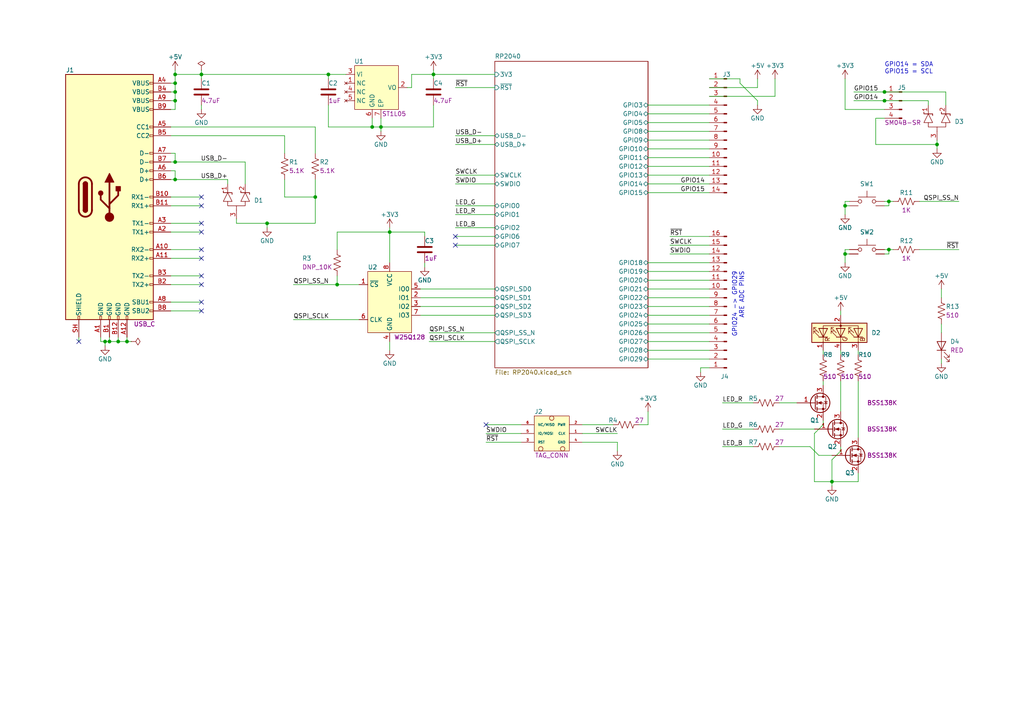
<source format=kicad_sch>
(kicad_sch (version 20211123) (generator eeschema)
  (paper "A4")
  (lib_symbols
    (symbol "capacitors:CC0402KRX5R7BB105" (pin_numbers hide) (pin_names (offset 0.254))
      (property "Reference" "C" (at 0.635 2.54 0))
      (property "id" "1uF" (at -3.81 2.54 0))
      (symbol "CC0402KRX5R7BB105_1_1"
        (pin passive line (at 0 3.81 270) (length 2.794) (name "~") (number "1"))
        (pin passive line (at 0 -3.81 90) (length 2.794) (name "~") (number "2"))
      )
    )
    (symbol "capacitors:GRM21BR61H475KE51L" (pin_numbers hide) (pin_names (offset 0.254))
      (property "Reference" "C" (at 0.635 2.54 0))
      (property "id" "4.7uF" (at -3.81 2.54 0))
      (property "manf" "Murata Electronics" (at 0 0 0))
      (symbol "GRM21BR61H475KE51L_1_1"
        (pin passive line (at 0 3.81 270) (length 2.794) (name "~") (number "1"))
        (pin passive line (at 0 -3.81 90) (length 2.794) (name "~") (number "2"))
      )
    )
    (symbol "connectors:12401598E4#2A" (pin_names (offset 1.016))
      (property "Reference" "J" (at 0 0 0))
      (property "manf" "USB_C" (at 0 0 0))
      (symbol "12401598E4#2A_1_1"
        (pin power_in line (at -2.54 -40.64 90) (length 5.08) (name "GND") (number "A1"))
        (pin bidirectional line (at 17.78 -15.24 180) (length 5.08) (name "RX2-") (number "A10"))
        (pin bidirectional line (at 17.78 -17.78 180) (length 5.08) (name "RX2+") (number "A11"))
        (pin power_in line (at 5.08 -40.64 90) (length 5.08) (name "GND") (number "A12"))
        (pin bidirectional line (at 17.78 -10.16 180) (length 5.08) (name "TX1+") (number "A2"))
        (pin bidirectional line (at 17.78 -7.62 180) (length 5.08) (name "TX1-") (number "A3"))
        (pin power_in line (at 17.78 33.02 180) (length 5.08) (name "VBUS") (number "A4"))
        (pin bidirectional line (at 17.78 20.32 180) (length 5.08) (name "CC1") (number "A5"))
        (pin bidirectional line (at 17.78 7.62 180) (length 5.08) (name "D+") (number "A6"))
        (pin bidirectional line (at 17.78 12.7 180) (length 5.08) (name "D-") (number "A7"))
        (pin bidirectional line (at 17.78 -30.48 180) (length 5.08) (name "SBU1") (number "A8"))
        (pin passive line (at 17.78 27.94 180) (length 5.08) (name "VBUS") (number "A9"))
        (pin power_in line (at 0 -40.64 90) (length 5.08) (name "GND") (number "B1"))
        (pin bidirectional line (at 17.78 0 180) (length 5.08) (name "RX1-") (number "B10"))
        (pin bidirectional line (at 17.78 -2.54 180) (length 5.08) (name "RX1+") (number "B11"))
        (pin power_in line (at 2.54 -40.64 90) (length 5.08) (name "GND") (number "B12"))
        (pin bidirectional line (at 17.78 -25.4 180) (length 5.08) (name "TX2+") (number "B2"))
        (pin bidirectional line (at 17.78 -22.86 180) (length 5.08) (name "TX2-") (number "B3"))
        (pin passive line (at 17.78 30.48 180) (length 5.08) (name "VBUS") (number "B4"))
        (pin bidirectional line (at 17.78 17.78 180) (length 5.08) (name "CC2") (number "B5"))
        (pin bidirectional line (at 17.78 5.08 180) (length 5.08) (name "D+") (number "B6"))
        (pin bidirectional line (at 17.78 10.16 180) (length 5.08) (name "D-") (number "B7"))
        (pin bidirectional line (at 17.78 -33.02 180) (length 5.08) (name "SBU2") (number "B8"))
        (pin passive line (at 17.78 25.4 180) (length 5.08) (name "VBUS") (number "B9"))
        (pin passive line (at -8.89 -40.64 90) (length 5.08) (name "SHIELD") (number "SH"))
      )
    )
    (symbol "connectors:SM04B-SRSS-TB(LF)(SN)" (pin_names (offset 1.016) hide)
      (property "Reference" "J" (at 0 0 0))
      (property "Value" "SM04B-SRSS-TB(LF)(SN)" (at 0 0 0))
      (property "id" "SM04B-SR" (at 0 0 0))
      (symbol "SM04B-SRSS-TB(LF)(SN)_1_1"
        (pin passive line (at 5.08 3.81 180) (length 3.81) (name "Pin_1") (number "1"))
        (pin passive line (at 5.08 1.27 180) (length 3.81) (name "Pin_2") (number "2"))
        (pin passive line (at 5.08 -1.27 180) (length 3.81) (name "Pin_3") (number "3"))
        (pin passive line (at 5.08 -3.81 180) (length 3.81) (name "Pin_4") (number "4"))
      )
    )
    (symbol "connectors:Tag_Connect_Programmer_6-Pin" (pin_names (offset 1.016)) (in_bom no)
      (property "Reference" "J" (at -5.08 6.35 0))
      (property "id" "TAG_CONN" (at 1.27 -5.08 0))
      (symbol "Tag_Connect_Programmer_6-Pin_1_1"
        (pin passive line (at 8.89 0 180) (length 3.81) (name "CLK") (number "1"))
        (pin passive line (at 8.89 2.54 180) (length 3.81) (name "PWR") (number "2"))
        (pin passive line (at -8.89 -2.54 0) (length 3.81) (name "RST") (number "3"))
        (pin passive line (at 8.89 -2.54 180) (length 3.81) (name "GND") (number "4"))
        (pin passive line (at -8.89 0 0) (length 3.81) (name "IO/MOSI") (number "5"))
        (pin passive line (at -8.89 2.54 0) (length 3.81) (name "NC/MISO") (number "6"))
      )
    )
    (symbol "connectors:_GENERIC_CONNECTOR_01x14" (pin_names (offset 1.016) hide)
      (property "Reference" "J" (at 0 19.05 0))
      (property "Value" "_GENERIC_CONNECTOR_01x14" (at 1.27 -19.05 0))
      (symbol "_GENERIC_CONNECTOR_01x14_1_1"
        (pin passive line (at 5.08 16.51 180) (length 3.81) (name "Pin_1") (number "1"))
        (pin passive line (at 5.08 -6.35 180) (length 3.81) (name "Pin_10") (number "10"))
        (pin passive line (at 5.08 -8.89 180) (length 3.81) (name "Pin_11") (number "11"))
        (pin passive line (at 5.08 -11.43 180) (length 3.81) (name "Pin_12") (number "12"))
        (pin passive line (at 5.08 -13.97 180) (length 3.81) (name "Pin_13") (number "13"))
        (pin passive line (at 5.08 -16.51 180) (length 3.81) (name "Pin_14") (number "14"))
        (pin passive line (at 5.08 13.97 180) (length 3.81) (name "Pin_2") (number "2"))
        (pin passive line (at 5.08 11.43 180) (length 3.81) (name "Pin_3") (number "3"))
        (pin passive line (at 5.08 8.89 180) (length 3.81) (name "Pin_4") (number "4"))
        (pin passive line (at 5.08 6.35 180) (length 3.81) (name "Pin_5") (number "5"))
        (pin passive line (at 5.08 3.81 180) (length 3.81) (name "Pin_6") (number "6"))
        (pin passive line (at 5.08 1.27 180) (length 3.81) (name "Pin_7") (number "7"))
        (pin passive line (at 5.08 -1.27 180) (length 3.81) (name "Pin_8") (number "8"))
        (pin passive line (at 5.08 -3.81 180) (length 3.81) (name "Pin_9") (number "9"))
      )
    )
    (symbol "connectors:_GENERIC_CONNECTOR_01x16" (pin_names (offset 1.016) hide)
      (property "Reference" "J" (at 0 20.32 0))
      (property "Value" "_GENERIC_CONNECTOR_01x16" (at 1.27 -22.86 0))
      (symbol "_GENERIC_CONNECTOR_01x16_1_1"
        (pin passive line (at 5.08 17.78 180) (length 3.81) (name "Pin_1") (number "1"))
        (pin passive line (at 5.08 -5.08 180) (length 3.81) (name "Pin_10") (number "10"))
        (pin passive line (at 5.08 -7.62 180) (length 3.81) (name "Pin_11") (number "11"))
        (pin passive line (at 5.08 -10.16 180) (length 3.81) (name "Pin_12") (number "12"))
        (pin passive line (at 5.08 -12.7 180) (length 3.81) (name "Pin_13") (number "13"))
        (pin passive line (at 5.08 -15.24 180) (length 3.81) (name "Pin_14") (number "14"))
        (pin passive line (at 5.08 -17.78 180) (length 3.81) (name "Pin_15") (number "15"))
        (pin passive line (at 5.08 -20.32 180) (length 3.81) (name "Pin_16") (number "16"))
        (pin passive line (at 5.08 15.24 180) (length 3.81) (name "Pin_2") (number "2"))
        (pin passive line (at 5.08 12.7 180) (length 3.81) (name "Pin_3") (number "3"))
        (pin passive line (at 5.08 10.16 180) (length 3.81) (name "Pin_4") (number "4"))
        (pin passive line (at 5.08 7.62 180) (length 3.81) (name "Pin_5") (number "5"))
        (pin passive line (at 5.08 5.08 180) (length 3.81) (name "Pin_6") (number "6"))
        (pin passive line (at 5.08 2.54 180) (length 3.81) (name "Pin_7") (number "7"))
        (pin passive line (at 5.08 0 180) (length 3.81) (name "Pin_8") (number "8"))
        (pin passive line (at 5.08 -2.54 180) (length 3.81) (name "Pin_9") (number "9"))
      )
    )
    (symbol "diodes:ESD7L5.0DT5G" (pin_names (offset 1.016) hide)
      (property "Reference" "D" (at -1.27 0 0))
      (symbol "ESD7L5.0DT5G_1_1"
        (pin passive line (at -2.54 6.35 270) (length 2.54) (name "A1") (number "1"))
        (pin passive line (at 2.54 6.35 270) (length 2.54) (name "A2") (number "2"))
        (pin input line (at 0 -3.81 90) (length 2.54) (name "common") (number "3"))
      )
    )
    (symbol "ics:W25Q128JVSIM_TR"
      (property "Reference" "U" (at 0 0 0))
      (property "id" "W25Q128" (at 0 0 0))
      (symbol "W25Q128JVSIM_TR_1_1"
        (pin input line (at 8.89 5.08 180) (length 2.54) (name "~{CS}") (number "1"))
        (pin bidirectional line (at -8.89 1.27 0) (length 2.54) (name "DO") (number "2") (alternate "IO1" bidirectional line))
        (pin bidirectional line (at -8.89 -1.27 0) (length 2.54) (name "~{WP}") (number "3") (alternate "IO2" bidirectional line))
        (pin power_in line (at 0 -11.43 90) (length 2.54) (name "GND") (number "4"))
        (pin bidirectional line (at -8.89 3.81 0) (length 2.54) (name "DI") (number "5") (alternate "IO0" bidirectional line))
        (pin input line (at 8.89 -5.08 180) (length 2.54) (name "CLK") (number "6"))
        (pin bidirectional line (at -8.89 -3.81 0) (length 2.54) (name "~{HOLD}") (number "7") (alternate "IO3" bidirectional line))
        (pin power_in line (at 0 11.43 270) (length 2.54) (name "VCC") (number "8"))
      )
    )
    (symbol "leds:150120RS75000" (pin_numbers hide) (pin_names (offset 1.016) hide)
      (property "Reference" "D" (at 0 2.54 0))
      (property "id" "RED" (at 0 -2.54 0))
      (symbol "150120RS75000_1_1"
        (pin passive line (at 3.81 0 180) (length 2.54) (name "A") (number "A"))
        (pin passive line (at -3.81 0 0) (length 2.54) (name "C") (number "C"))
      )
    )
    (symbol "leds:CLVBA-FKA-CAEDH8BBB7A363" (pin_names (offset 0) hide)
      (property "Reference" "D" (at 0 9.398 0))
      (symbol "CLVBA-FKA-CAEDH8BBB7A363_0_0"
        (text "B" (at -1.905 -6.35 0) (effects (font (size 1.27 1.27))))
        (text "G" (at -1.905 -1.27 0) (effects (font (size 1.27 1.27))))
        (text "R" (at -1.905 3.81 0) (effects (font (size 1.27 1.27))))
      )
      (symbol "CLVBA-FKA-CAEDH8BBB7A363_1_1"
        (pin passive line (at -5.08 5.08 0) (length 2.54) (name "RC") (number "1"))
        (pin passive line (at 5.08 0 180) (length 2.54) (name "A") (number "2"))
        (pin passive line (at -5.08 -5.08 0) (length 2.54) (name "BC") (number "3"))
        (pin passive line (at -5.08 0 0) (length 2.54) (name "GC") (number "4"))
      )
    )
    (symbol "misc:PTS_647_SN38_SMTR2_LFS" (pin_numbers hide) (pin_names (offset 1.016) hide)
      (property "Reference" "SW" (at 1.27 2.54 0))
      (symbol "PTS_647_SN38_SMTR2_LFS_0_1"
        (pin passive line (at -5.08 0 0) (length 2.54) (name "1") (number "1"))
        (pin passive line (at -5.08 -1.27 0) (length 2.54) (name "2") (number "2"))
        (pin passive line (at 5.08 0 180) (length 2.54) (name "3") (number "3"))
        (pin passive line (at 5.08 -1.27 180) (length 2.54) (name "4") (number "4"))
      )
    )
    (symbol "mosfets:BSS138K" (pin_names (offset 0) hide)
      (property "Reference" "Q" (at 5.08 1.905 0))
      (property "id" "BSS138K" (at 11.43 0 0))
      (symbol "BSS138K_1_1"
        (pin input line (at -5.08 0 0) (length 5.334) (name "G") (number "1"))
        (pin passive line (at 2.54 -5.08 90) (length 2.54) (name "S") (number "2"))
        (pin passive line (at 2.54 5.08 270) (length 2.54) (name "D") (number "3"))
      )
    )
    (symbol "power:+3V3" (power) (pin_names (offset 0))
      (property "Value" "+3V3" (at 0 3.556 0))
      (symbol "+3V3_1_1"
        (pin power_in line (at 0 0 90) (length 0) hide (name "+3V3") (number "1"))
      )
    )
    (symbol "power:+5V" (power) (pin_names (offset 0))
      (property "Value" "+5V" (at 0 3.556 0))
      (symbol "+5V_1_1"
        (pin power_in line (at 0 0 90) (length 0) hide (name "+5V") (number "1"))
      )
    )
    (symbol "power:GND" (power) (pin_names (offset 0))
      (property "Value" "GND" (at 0 -3.81 0))
      (symbol "GND_1_1"
        (pin power_in line (at 0 0 270) (length 0) hide (name "GND") (number "1"))
      )
    )
    (symbol "power:PWR_FLAG" (power) (pin_numbers hide) (pin_names (offset 0) hide)
      (property "Value" "PWR_FLAG" (at 0 3.81 0))
      (symbol "PWR_FLAG_0_0"
        (pin power_out line (at 0 0 90) (length 0) (name "pwr") (number "1"))
      )
    )
    (symbol "regulators:ST1L05APU33R"
      (property "Reference" "U" (at 0 0 0))
      (property "id" "ST1L05" (at 0 0 0))
      (symbol "ST1L05APU33R_1_1"
        (pin no_connect line (at -8.89 1.27 0) (length 2.54) (name "NC") (number "1"))
        (pin power_out line (at 8.89 0 180) (length 2.54) (name "VO") (number "2"))
        (pin power_in line (at -8.89 3.81 0) (length 2.54) (name "Vi") (number "3"))
        (pin no_connect line (at -8.89 -1.27 0) (length 2.54) (name "NC") (number "4"))
        (pin no_connect line (at -8.89 -3.81 0) (length 2.54) (name "NC") (number "5"))
        (pin power_in line (at -1.27 -8.89 90) (length 2.54) (name "GND") (number "6"))
        (pin power_in line (at 1.27 -8.89 90) (length 2.54) (name "EP") (number "7"))
      )
    )
    (symbol "resistors:RC0402FR-0727RL" (pin_numbers hide) (pin_names (offset 0))
      (property "Reference" "R" (at 2.54 0 90))
      (property "id" "27" (at -2.54 0 90))
      (symbol "RC0402FR-0727RL_1_1"
        (pin passive line (at 0 3.81 270) (length 1.27) (name "~") (number "1"))
        (pin passive line (at 0 -3.81 90) (length 1.27) (name "~") (number "2"))
      )
    )
    (symbol "resistors:RC0402JR-0710KL" (pin_numbers hide) (pin_names (offset 0))
      (property "Reference" "R" (at 2.54 0 90))
      (property "id" "10K" (at -2.54 0 90))
      (symbol "RC0402JR-0710KL_1_1"
        (pin passive line (at 0 3.81 270) (length 1.27) (name "~") (number "1"))
        (pin passive line (at 0 -3.81 90) (length 1.27) (name "~") (number "2"))
      )
    )
    (symbol "resistors:RC0402JR-071KL" (pin_numbers hide) (pin_names (offset 0))
      (property "Reference" "R" (at 2.54 0 90))
      (property "id" "1K" (at -2.54 0 90))
      (symbol "RC0402JR-071KL_1_1"
        (pin passive line (at 0 3.81 270) (length 1.27) (name "~") (number "1"))
        (pin passive line (at 0 -3.81 90) (length 1.27) (name "~") (number "2"))
      )
    )
    (symbol "resistors:RC0402JR-07510RL" (pin_numbers hide) (pin_names (offset 0))
      (property "Reference" "R" (at 2.54 0 90))
      (property "id" "510" (at -2.54 0 90))
      (symbol "RC0402JR-07510RL_1_1"
        (pin passive line (at 0 3.81 270) (length 1.27) (name "~") (number "1"))
        (pin passive line (at 0 -3.81 90) (length 1.27) (name "~") (number "2"))
      )
    )
    (symbol "resistors:RC0402JR-075K1L" (pin_numbers hide) (pin_names (offset 0))
      (property "Reference" "R" (at 2.54 0 90))
      (property "id" "5.1K" (at -2.54 0 90))
      (symbol "RC0402JR-075K1L_1_1"
        (pin passive line (at 0 3.81 270) (length 1.27) (name "~") (number "1"))
        (pin passive line (at 0 -3.81 90) (length 1.27) (name "~") (number "2"))
      )
    )
  )
  (junction (at 31.75 99.06))
  (junction (at 50.8 52.07))
  (junction (at 257.81 58.42))
  (junction (at 50.8 26.67))
  (junction (at 110.49 36.83))
  (junction (at 271.78 41.91))
  (junction (at 50.8 21.59))
  (junction (at 256.54 29.21))
  (junction (at 91.44 57.15))
  (junction (at 97.79 82.55))
  (junction (at 30.48 99.06))
  (junction (at 36.83 99.06))
  (junction (at 125.73 21.59))
  (junction (at 241.3 139.7))
  (junction (at 95.25 21.59))
  (junction (at 256.54 26.67))
  (junction (at 113.03 67.31))
  (junction (at 77.47 64.77))
  (junction (at 50.8 29.21))
  (junction (at 34.29 99.06))
  (junction (at 245.11 59.69))
  (junction (at 245.11 73.66))
  (junction (at 257.81 72.39))
  (junction (at 50.8 46.99))
  (junction (at 50.8 24.13))
  (junction (at 58.42 21.59))
  (junction (at 107.95 36.83))
  (no_connect (at 132.08 68.58))
  (no_connect (at 58.42 72.39))
  (no_connect (at 58.42 87.63))
  (no_connect (at 58.42 82.55))
  (no_connect (at 22.86 99.06))
  (no_connect (at 140.97 123.19))
  (no_connect (at 58.42 59.69))
  (no_connect (at 58.42 80.01))
  (no_connect (at 58.42 67.31))
  (no_connect (at 58.42 90.17))
  (no_connect (at 58.42 57.15))
  (no_connect (at 132.08 71.12))
  (no_connect (at 58.42 74.93))
  (no_connect (at 58.42 64.77))
  (wire (pts (xy 125.73 20.32) (xy 125.73 21.59)))
  (wire (pts (xy 49.53 39.37) (xy 82.55 39.37)))
  (wire (pts (xy 132.08 59.69) (xy 143.51 59.69)))
  (wire (pts (xy 278.13 72.39) (xy 266.7 72.39)))
  (wire (pts (xy 246.38 58.42) (xy 245.11 58.42)))
  (wire (pts (xy 248.92 137.16) (xy 248.92 139.7)))
  (wire (pts (xy 257.81 72.39) (xy 257.81 73.66)))
  (wire (pts (xy 209.55 129.54) (xy 218.44 129.54)))
  (wire (pts (xy 214.63 24.13) (xy 219.71 29.21)))
  (wire (pts (xy 123.19 67.31) (xy 113.03 67.31)))
  (wire (pts (xy 254 34.29) (xy 256.54 34.29)))
  (wire (pts (xy 132.08 50.8) (xy 143.51 50.8)))
  (wire (pts (xy 194.31 68.58) (xy 205.74 68.58)))
  (wire (pts (xy 205.74 71.12) (xy 194.31 71.12)))
  (wire (pts (xy 226.06 129.54) (xy 234.95 129.54)))
  (wire (pts (xy 71.12 46.99) (xy 50.8 46.99)))
  (wire (pts (xy 49.53 29.21) (xy 50.8 29.21)))
  (wire (pts (xy 179.07 125.73) (xy 168.91 125.73)))
  (wire (pts (xy 243.84 90.17) (xy 243.84 91.44)))
  (wire (pts (xy 243.84 130.81) (xy 241.3 133.35)))
  (wire (pts (xy 50.8 52.07) (xy 66.04 52.07)))
  (wire (pts (xy 110.49 34.29) (xy 110.49 36.83)))
  (wire (pts (xy 95.25 22.86) (xy 95.25 21.59)))
  (wire (pts (xy 49.53 64.77) (xy 58.42 64.77)))
  (wire (pts (xy 58.42 20.32) (xy 58.42 21.59)))
  (wire (pts (xy 36.83 99.06) (xy 34.29 99.06)))
  (wire (pts (xy 49.53 59.69) (xy 58.42 59.69)))
  (wire (pts (xy 110.49 38.1) (xy 110.49 36.83)))
  (wire (pts (xy 38.1 99.06) (xy 36.83 99.06)))
  (wire (pts (xy 259.08 58.42) (xy 257.81 58.42)))
  (wire (pts (xy 187.96 38.1) (xy 205.74 38.1)))
  (wire (pts (xy 91.44 36.83) (xy 91.44 44.45)))
  (wire (pts (xy 274.32 26.67) (xy 256.54 26.67)))
  (wire (pts (xy 245.11 59.69) (xy 245.11 62.23)))
  (wire (pts (xy 58.42 21.59) (xy 95.25 21.59)))
  (wire (pts (xy 205.74 27.94) (xy 224.79 27.94)))
  (wire (pts (xy 248.92 102.87) (xy 248.92 101.6)))
  (wire (pts (xy 143.51 86.36) (xy 121.92 86.36)))
  (wire (pts (xy 241.3 133.35) (xy 241.3 139.7)))
  (wire (pts (xy 203.2 107.95) (xy 203.2 106.68)))
  (wire (pts (xy 245.11 73.66) (xy 245.11 76.2)))
  (wire (pts (xy 97.79 80.01) (xy 97.79 82.55)))
  (wire (pts (xy 50.8 31.75) (xy 50.8 29.21)))
  (wire (pts (xy 107.95 34.29) (xy 107.95 36.83)))
  (wire (pts (xy 209.55 124.46) (xy 218.44 124.46)))
  (wire (pts (xy 187.96 81.28) (xy 205.74 81.28)))
  (wire (pts (xy 36.83 97.79) (xy 36.83 99.06)))
  (wire (pts (xy 241.3 139.7) (xy 248.92 139.7)))
  (wire (pts (xy 238.76 111.76) (xy 238.76 110.49)))
  (wire (pts (xy 82.55 52.07) (xy 82.55 57.15)))
  (wire (pts (xy 187.96 55.88) (xy 205.74 55.88)))
  (wire (pts (xy 50.8 26.67) (xy 50.8 24.13)))
  (wire (pts (xy 49.53 74.93) (xy 58.42 74.93)))
  (wire (pts (xy 95.25 30.48) (xy 95.25 36.83)))
  (wire (pts (xy 187.96 40.64) (xy 205.74 40.64)))
  (wire (pts (xy 58.42 21.59) (xy 50.8 21.59)))
  (wire (pts (xy 246.38 59.69) (xy 245.11 59.69)))
  (wire (pts (xy 50.8 46.99) (xy 50.8 44.45)))
  (wire (pts (xy 110.49 36.83) (xy 107.95 36.83)))
  (wire (pts (xy 113.03 66.04) (xy 113.03 67.31)))
  (wire (pts (xy 119.38 25.4) (xy 119.38 21.59)))
  (wire (pts (xy 214.63 22.86) (xy 205.74 22.86)))
  (wire (pts (xy 241.3 140.97) (xy 241.3 139.7)))
  (wire (pts (xy 214.63 24.13) (xy 214.63 22.86)))
  (wire (pts (xy 187.96 96.52) (xy 205.74 96.52)))
  (wire (pts (xy 123.19 77.47) (xy 123.19 76.2)))
  (wire (pts (xy 257.81 58.42) (xy 257.81 59.69)))
  (wire (pts (xy 254 41.91) (xy 254 34.29)))
  (wire (pts (xy 91.44 64.77) (xy 91.44 57.15)))
  (wire (pts (xy 187.96 30.48) (xy 205.74 30.48)))
  (wire (pts (xy 132.08 71.12) (xy 143.51 71.12)))
  (wire (pts (xy 123.19 68.58) (xy 123.19 67.31)))
  (wire (pts (xy 246.38 72.39) (xy 245.11 72.39)))
  (wire (pts (xy 257.81 73.66) (xy 256.54 73.66)))
  (wire (pts (xy 85.09 92.71) (xy 104.14 92.71)))
  (wire (pts (xy 58.42 22.86) (xy 58.42 21.59)))
  (wire (pts (xy 238.76 102.87) (xy 238.76 101.6)))
  (wire (pts (xy 140.97 123.19) (xy 151.13 123.19)))
  (wire (pts (xy 226.06 124.46) (xy 236.22 124.46)))
  (wire (pts (xy 187.96 50.8) (xy 205.74 50.8)))
  (wire (pts (xy 49.53 67.31) (xy 58.42 67.31)))
  (wire (pts (xy 132.08 66.04) (xy 143.51 66.04)))
  (wire (pts (xy 68.58 63.5) (xy 68.58 64.77)))
  (wire (pts (xy 187.96 86.36) (xy 205.74 86.36)))
  (wire (pts (xy 187.96 53.34) (xy 205.74 53.34)))
  (wire (pts (xy 243.84 129.54) (xy 243.84 130.81)))
  (wire (pts (xy 125.73 36.83) (xy 110.49 36.83)))
  (wire (pts (xy 187.96 43.18) (xy 205.74 43.18)))
  (wire (pts (xy 273.05 83.82) (xy 273.05 86.36)))
  (wire (pts (xy 82.55 57.15) (xy 91.44 57.15)))
  (wire (pts (xy 238.76 123.19) (xy 236.22 125.73)))
  (wire (pts (xy 132.08 39.37) (xy 143.51 39.37)))
  (wire (pts (xy 187.96 93.98) (xy 205.74 93.98)))
  (wire (pts (xy 185.42 123.19) (xy 187.96 123.19)))
  (wire (pts (xy 91.44 52.07) (xy 91.44 57.15)))
  (wire (pts (xy 236.22 125.73) (xy 236.22 139.7)))
  (wire (pts (xy 49.53 90.17) (xy 58.42 90.17)))
  (wire (pts (xy 187.96 45.72) (xy 205.74 45.72)))
  (wire (pts (xy 66.04 52.07) (xy 66.04 53.34)))
  (wire (pts (xy 34.29 99.06) (xy 31.75 99.06)))
  (wire (pts (xy 125.73 30.48) (xy 125.73 36.83)))
  (wire (pts (xy 97.79 67.31) (xy 113.03 67.31)))
  (wire (pts (xy 125.73 21.59) (xy 125.73 22.86)))
  (wire (pts (xy 97.79 72.39) (xy 97.79 67.31)))
  (wire (pts (xy 143.51 41.91) (xy 132.08 41.91)))
  (wire (pts (xy 245.11 22.86) (xy 245.11 31.75)))
  (wire (pts (xy 187.96 33.02) (xy 205.74 33.02)))
  (wire (pts (xy 269.24 30.48) (xy 269.24 29.21)))
  (wire (pts (xy 68.58 64.77) (xy 77.47 64.77)))
  (wire (pts (xy 49.53 31.75) (xy 50.8 31.75)))
  (wire (pts (xy 226.06 116.84) (xy 231.14 116.84)))
  (wire (pts (xy 245.11 59.69) (xy 245.11 58.42)))
  (wire (pts (xy 187.96 101.6) (xy 205.74 101.6)))
  (wire (pts (xy 278.13 58.42) (xy 266.7 58.42)))
  (wire (pts (xy 49.53 26.67) (xy 50.8 26.67)))
  (wire (pts (xy 273.05 93.98) (xy 273.05 96.52)))
  (wire (pts (xy 143.51 91.44) (xy 121.92 91.44)))
  (wire (pts (xy 49.53 24.13) (xy 50.8 24.13)))
  (wire (pts (xy 31.75 99.06) (xy 30.48 99.06)))
  (wire (pts (xy 124.46 99.06) (xy 143.51 99.06)))
  (wire (pts (xy 30.48 99.06) (xy 29.21 99.06)))
  (wire (pts (xy 50.8 29.21) (xy 50.8 26.67)))
  (wire (pts (xy 29.21 97.79) (xy 29.21 99.06)))
  (wire (pts (xy 259.08 72.39) (xy 257.81 72.39)))
  (wire (pts (xy 50.8 24.13) (xy 50.8 21.59)))
  (wire (pts (xy 82.55 44.45) (xy 82.55 39.37)))
  (wire (pts (xy 34.29 97.79) (xy 34.29 99.06)))
  (wire (pts (xy 49.53 87.63) (xy 58.42 87.63)))
  (wire (pts (xy 132.08 68.58) (xy 143.51 68.58)))
  (wire (pts (xy 85.09 82.55) (xy 97.79 82.55)))
  (wire (pts (xy 49.53 80.01) (xy 58.42 80.01)))
  (wire (pts (xy 113.03 67.31) (xy 113.03 76.2)))
  (wire (pts (xy 194.31 73.66) (xy 205.74 73.66)))
  (wire (pts (xy 187.96 35.56) (xy 205.74 35.56)))
  (wire (pts (xy 143.51 83.82) (xy 121.92 83.82)))
  (wire (pts (xy 205.74 99.06) (xy 187.96 99.06)))
  (wire (pts (xy 271.78 43.18) (xy 271.78 41.91)))
  (wire (pts (xy 271.78 41.91) (xy 271.78 40.64)))
  (wire (pts (xy 71.12 53.34) (xy 71.12 46.99)))
  (wire (pts (xy 256.54 26.67) (xy 247.65 26.67)))
  (wire (pts (xy 119.38 21.59) (xy 125.73 21.59)))
  (wire (pts (xy 132.08 62.23) (xy 143.51 62.23)))
  (wire (pts (xy 140.97 125.73) (xy 151.13 125.73)))
  (wire (pts (xy 132.08 25.4) (xy 143.51 25.4)))
  (wire (pts (xy 187.96 78.74) (xy 205.74 78.74)))
  (wire (pts (xy 248.92 110.49) (xy 248.92 127)))
  (wire (pts (xy 58.42 31.75) (xy 58.42 30.48)))
  (wire (pts (xy 241.3 132.08) (xy 237.49 132.08)))
  (wire (pts (xy 219.71 22.86) (xy 219.71 25.4)))
  (wire (pts (xy 143.51 88.9) (xy 121.92 88.9)))
  (wire (pts (xy 273.05 105.41) (xy 273.05 104.14)))
  (wire (pts (xy 187.96 123.19) (xy 187.96 119.38)))
  (wire (pts (xy 151.13 128.27) (xy 140.97 128.27)))
  (wire (pts (xy 179.07 128.27) (xy 168.91 128.27)))
  (wire (pts (xy 219.71 25.4) (xy 205.74 25.4)))
  (wire (pts (xy 49.53 49.53) (xy 50.8 49.53)))
  (wire (pts (xy 77.47 66.04) (xy 77.47 64.77)))
  (wire (pts (xy 209.55 116.84) (xy 218.44 116.84)))
  (wire (pts (xy 30.48 100.33) (xy 30.48 99.06)))
  (wire (pts (xy 77.47 64.77) (xy 91.44 64.77)))
  (wire (pts (xy 22.86 97.79) (xy 22.86 99.06)))
  (wire (pts (xy 49.53 72.39) (xy 58.42 72.39)))
  (wire (pts (xy 49.53 36.83) (xy 91.44 36.83)))
  (wire (pts (xy 236.22 139.7) (xy 241.3 139.7)))
  (wire (pts (xy 132.08 53.34) (xy 143.51 53.34)))
  (wire (pts (xy 187.96 83.82) (xy 205.74 83.82)))
  (wire (pts (xy 95.25 21.59) (xy 100.33 21.59)))
  (wire (pts (xy 271.78 41.91) (xy 254 41.91)))
  (wire (pts (xy 97.79 82.55) (xy 104.14 82.55)))
  (wire (pts (xy 187.96 88.9) (xy 205.74 88.9)))
  (wire (pts (xy 245.11 73.66) (xy 245.11 72.39)))
  (wire (pts (xy 118.11 25.4) (xy 119.38 25.4)))
  (wire (pts (xy 203.2 106.68) (xy 205.74 106.68)))
  (wire (pts (xy 50.8 44.45) (xy 49.53 44.45)))
  (wire (pts (xy 256.54 31.75) (xy 245.11 31.75)))
  (wire (pts (xy 113.03 101.6) (xy 113.03 99.06)))
  (wire (pts (xy 125.73 21.59) (xy 143.51 21.59)))
  (wire (pts (xy 256.54 58.42) (xy 257.81 58.42)))
  (wire (pts (xy 95.25 36.83) (xy 107.95 36.83)))
  (wire (pts (xy 187.96 76.2) (xy 205.74 76.2)))
  (wire (pts (xy 238.76 121.92) (xy 238.76 123.19)))
  (wire (pts (xy 246.38 73.66) (xy 245.11 73.66)))
  (wire (pts (xy 49.53 82.55) (xy 58.42 82.55)))
  (wire (pts (xy 49.53 46.99) (xy 50.8 46.99)))
  (wire (pts (xy 269.24 29.21) (xy 256.54 29.21)))
  (wire (pts (xy 179.07 130.81) (xy 179.07 128.27)))
  (wire (pts (xy 50.8 49.53) (xy 50.8 52.07)))
  (wire (pts (xy 247.65 29.21) (xy 256.54 29.21)))
  (wire (pts (xy 177.8 123.19) (xy 168.91 123.19)))
  (wire (pts (xy 31.75 97.79) (xy 31.75 99.06)))
  (wire (pts (xy 187.96 91.44) (xy 205.74 91.44)))
  (wire (pts (xy 50.8 21.59) (xy 50.8 20.32)))
  (wire (pts (xy 205.74 104.14) (xy 187.96 104.14)))
  (wire (pts (xy 274.32 30.48) (xy 274.32 26.67)))
  (wire (pts (xy 243.84 102.87) (xy 243.84 101.6)))
  (wire (pts (xy 257.81 59.69) (xy 256.54 59.69)))
  (wire (pts (xy 237.49 132.08) (xy 234.95 129.54)))
  (wire (pts (xy 49.53 57.15) (xy 58.42 57.15)))
  (wire (pts (xy 243.84 110.49) (xy 243.84 119.38)))
  (wire (pts (xy 224.79 27.94) (xy 224.79 22.86)))
  (wire (pts (xy 124.46 96.52) (xy 143.51 96.52)))
  (wire (pts (xy 219.71 30.48) (xy 219.71 29.21)))
  (wire (pts (xy 256.54 72.39) (xy 257.81 72.39)))
  (wire (pts (xy 50.8 52.07) (xy 49.53 52.07)))
  (wire (pts (xy 187.96 48.26) (xy 205.74 48.26)))
  (text "GPIO24 -> GPIO29\nARE ADC PINS" (at 215.9 78.74 270) (effects (font (size 1.27 1.27)) (justify right bottom)))
  (text "GPIO14 = SDA\nGPIO15 = SCL" (at 256.54 21.59 0) (effects (font (size 1.27 1.27)) (justify left bottom)))
  (label "SWCLK" (at 132.08 50.8 0))
  (label "GPIO14" (at 204.47 53.34 180))
  (label "~{RST}" (at 140.97 128.27 0))
  (label "LED_G" (at 209.55 124.46 0))
  (label "QSPI_SS_N" (at 124.46 96.52 0))
  (label "SWCLK" (at 179.07 125.73 180))
  (label "SWDIO" (at 140.97 125.73 0))
  (label "USB_D+" (at 132.08 41.91 0))
  (label "USB_D-" (at 132.08 39.37 0))
  (label "SWDIO" (at 194.31 73.66 0))
  (label "GPIO15" (at 247.65 26.67 0))
  (label "~{RST}" (at 278.13 72.39 180))
  (label "QSPI_SS_N" (at 85.09 82.55 0))
  (label "GPIO15" (at 204.47 55.88 180))
  (label "SWCLK" (at 194.31 71.12 0))
  (label "USB_D+" (at 66.04 52.07 180))
  (label "~{RST}" (at 132.08 25.4 0))
  (label "~{RST}" (at 194.31 68.58 0))
  (label "LED_B" (at 209.55 129.54 0))
  (label "QSPI_SCLK" (at 124.46 99.06 0))
  (label "LED_B" (at 132.08 66.04 0))
  (label "USB_D-" (at 66.04 46.99 180))
  (label "GPIO14" (at 247.65 29.21 0))
  (label "LED_G" (at 132.08 59.69 0))
  (label "SWDIO" (at 132.08 53.34 0))
  (label "QSPI_SCLK" (at 85.09 92.71 0))
  (label "LED_R" (at 209.55 116.84 0))
  (label "LED_R" (at 132.08 62.23 0))
  (label "QSPI_SS_N" (at 278.13 58.42 180))
  (symbol (lib_id "capacitors:GRM21BR61H475KE51L") (at 58.42 26.67 0) (unit 1)
    (property "Reference" "C1" (at 58.42 24.13 0) (effects (justify left)))
    (property "Value" "GRM21BR61H475KE51L" (effects hide))
    (property "Footprint" "footprints:CAPACITOR_0805N" (effects hide))
    (property "id" "4.7uF" (at 58.42 29.21 0) (effects (justify left)))
    (property "manf" "Murata Electronics" (effects hide))
  )
  (symbol (lib_id "resistors:RC0402JR-0710KL") (at 97.79 76.2 0) (unit 1)
    (property "Reference" "R3" (at 87.63 74.93 0) (effects (justify left)))
    (property "Value" "DNP" (effects hide))
    (property "Footprint" "footprints:RESISTOR_0402N" (effects hide))
    (property "Datasheet" "${MTE_LIB_DIR}/datasheets/PYu-RC_Group_51_RoHS_L_11.pdf" (effects hide))
    (property "id" "DNP_10K" (at 87.63 77.47 0) (effects (justify left)))
    (property "manf" "Yageo" (effects hide))
  )
  (symbol (lib_id "mosfets:BSS138K") (at 236.22 116.84 0) (unit 1)
    (property "Reference" "Q1" (at 234.95 121.92 0) (effects (justify left)))
    (property "Value" "BSS138K" (effects hide))
    (property "Footprint" "footprints:SOT23-3P95_285X115L45X42N" (effects hide))
    (property "Datasheet" "${MTE_LIB_DIR}/datasheets/BSS138K-D.pdf" (effects hide))
    (property "id" "BSS138K" (at 251.46 116.84 0) (effects (justify left)))
    (property "manf" "ON Semiconductor" (effects hide))
  )
  (symbol (lib_id "ics:W25Q128JVSIM_TR") (at 113.03 87.63 0) (mirror y) (unit 1)
    (property "Reference" "U2" (at 106.68 77.47 0) (effects (justify right)))
    (property "Value" "W25Q128JVSIM_TR" (effects hide))
    (property "Footprint" "footprints:SOIC8P127_528X790X216L65X41N" (effects hide))
    (property "Datasheet" "${MTE_LIB_DIR}/datasheets/w25q128jv_dtr revc 03272018 plus.pdf" (effects hide))
    (property "id" "W25Q128" (at 114.3 97.79 0) (effects (justify right)))
    (property "manf" "Winbond Electronics" (effects hide))
    (pin "2" (alternate "IO1"))
    (pin "3" (alternate "IO2"))
    (pin "5" (alternate "IO0"))
    (pin "7" (alternate "IO3"))
  )
  (symbol (lib_id "power:GND") (at 273.05 105.41 0) (unit 1)
    (property "Reference" "#PWR023" (effects hide))
    (property "Value" "GND" (at 273.05 109.22 0))
  )
  (symbol (lib_id "connectors:Tag_Connect_Programmer_6-Pin") (at 160.02 125.73 0) (unit 1) (in_bom no)
    (property "Reference" "J2" (at 156.21 119.38 0))
    (property "Value" "Tag_Connect_Programmer_6-Pin" (effects hide))
    (property "Footprint" "footprints:TC2030_SMALL_NO_LEGS" (effects hide))
    (property "id" "TAG_CONN" (at 160.02 132.08 0))
  )
  (symbol (lib_id "power:GND") (at 179.07 130.81 0) (unit 1)
    (property "Reference" "#PWR010" (effects hide))
    (property "Value" "GND" (at 179.07 134.62 0))
  )
  (symbol (lib_id "resistors:RC0402JR-071KL") (at 262.89 58.42 90) (unit 1)
    (property "Reference" "R11" (at 262.89 55.88 90))
    (property "Value" "RC0402JR-071KL" (effects hide))
    (property "Footprint" "footprints:RESISTOR_0402N" (effects hide))
    (property "Datasheet" "${MTE_LIB_DIR}/datasheets/PYu-RC_Group_51_RoHS_L_11.pdf" (effects hide))
    (property "id" "1K" (at 262.89 60.96 90))
    (property "manf" "Yageo" (effects hide))
  )
  (symbol (lib_id "power:+3V3") (at 125.73 20.32 0) (unit 1)
    (property "Reference" "#PWR09" (effects hide))
    (property "Value" "+3V3" (at 125.73 16.51 0))
  )
  (symbol (lib_id "power:GND") (at 113.03 101.6 0) (unit 1)
    (property "Reference" "#PWR07" (effects hide))
    (property "Value" "GND" (at 113.03 105.41 0))
  )
  (symbol (lib_id "diodes:ESD7L5.0DT5G") (at 271.78 36.83 0) (unit 1)
    (property "Reference" "D3" (at 276.86 35.2551 0) (effects (justify left)))
    (property "Value" "ESD7L5.0DT5G" (effects hide))
    (property "Footprint" "footprints:DIOSOFL3P40_120X120X55L29X21N" (effects hide))
    (property "Datasheet" "${MTE_LIB_DIR}/datasheets/ESD7L-D.PDF" (effects hide))
    (property "id" "TVS" (effects hide))
    (property "manf" "ON Semiconductor" (effects hide))
  )
  (symbol (lib_id "power:GND") (at 241.3 140.97 0) (unit 1)
    (property "Reference" "#PWR016" (effects hide))
    (property "Value" "GND" (at 241.3 144.78 0))
  )
  (symbol (lib_id "resistors:RC0402JR-071KL") (at 262.89 72.39 90) (unit 1)
    (property "Reference" "R12" (at 262.89 69.85 90))
    (property "Value" "RC0402JR-071KL" (effects hide))
    (property "Footprint" "footprints:RESISTOR_0402N" (effects hide))
    (property "Datasheet" "${MTE_LIB_DIR}/datasheets/PYu-RC_Group_51_RoHS_L_11.pdf" (effects hide))
    (property "id" "1K" (at 262.89 74.93 90))
    (property "manf" "Yageo" (effects hide))
  )
  (symbol (lib_id "leds:150120RS75000") (at 273.05 100.33 90) (unit 1)
    (property "Reference" "D4" (at 275.59 99.06 90) (effects (justify right)))
    (property "Value" "150120RS75000" (effects hide))
    (property "Footprint" "footprints:LED_1206N" (effects hide))
    (property "Datasheet" "${MTE_LIB_DIR}/datasheets/150120GS75000.pdf" (effects hide))
    (property "id" "RED" (at 275.59 101.6 90) (effects (justify right)))
    (property "manf" "Würth Elektronik" (effects hide))
  )
  (symbol (lib_id "capacitors:CC0402KRX5R7BB105") (at 95.25 26.67 0) (unit 1)
    (property "Reference" "C2" (at 95.25 24.13 0) (effects (justify left)))
    (property "Value" "CC0402KRX5R7BB105" (effects hide))
    (property "Footprint" "footprints:CAPACITOR_0402N" (effects hide))
    (property "Datasheet" "${MTE_LIB_DIR}/datasheets/UPY-GP_NP0_16V-to-50V_18.pdf" (effects hide))
    (property "id" "1uF" (at 95.25 29.21 0) (effects (justify left)))
  )
  (symbol (lib_id "power:GND") (at 123.19 77.47 0) (unit 1)
    (property "Reference" "#PWR08" (effects hide))
    (property "Value" "GND" (at 123.19 81.28 0))
  )
  (symbol (lib_id "mosfets:BSS138K") (at 241.3 124.46 0) (unit 1)
    (property "Reference" "Q2" (at 240.03 129.54 0) (effects (justify left)))
    (property "Value" "BSS138K" (effects hide))
    (property "Footprint" "footprints:SOT23-3P95_285X115L45X42N" (effects hide))
    (property "Datasheet" "${MTE_LIB_DIR}/datasheets/BSS138K-D.pdf" (effects hide))
    (property "id" "BSS138K" (at 251.46 124.46 0) (effects (justify left)))
    (property "manf" "ON Semiconductor" (effects hide))
  )
  (symbol (lib_id "misc:PTS_647_SN38_SMTR2_LFS") (at 251.46 72.39 0) (unit 1)
    (property "Reference" "SW2" (at 251.46 67.31 0))
    (property "Value" "PTS_647_SN38_SMTR2_LFS" (effects hide))
    (property "Footprint" "footprints:PTS_647_SN70_SMTR2_LFS" (effects hide))
    (property "Datasheet" "${MTE_LIB_DIR}/datasheets/pts647.pdf" (effects hide))
    (property "id" "SW" (effects hide))
    (property "manf" "C&K" (effects hide))
  )
  (symbol (lib_id "mosfets:BSS138K") (at 246.38 132.08 0) (unit 1)
    (property "Reference" "Q3" (at 245.11 137.16 0) (effects (justify left)))
    (property "Value" "BSS138K" (effects hide))
    (property "Footprint" "footprints:SOT23-3P95_285X115L45X42N" (effects hide))
    (property "Datasheet" "${MTE_LIB_DIR}/datasheets/BSS138K-D.pdf" (effects hide))
    (property "id" "BSS138K" (at 251.46 132.08 0) (effects (justify left)))
    (property "manf" "ON Semiconductor" (effects hide))
  )
  (symbol (lib_id "power:+3V3") (at 113.03 66.04 0) (unit 1)
    (property "Reference" "#PWR06" (effects hide))
    (property "Value" "+3V3" (at 113.03 62.23 0))
  )
  (symbol (lib_id "power:+3V3") (at 224.79 22.86 0) (unit 1)
    (property "Reference" "#PWR015" (effects hide))
    (property "Value" "+3V3" (at 224.79 19.05 0))
  )
  (symbol (lib_id "power:GND") (at 30.48 100.33 0) (unit 1)
    (property "Reference" "#PWR01" (effects hide))
    (property "Value" "GND" (at 30.48 104.14 0))
  )
  (symbol (lib_id "power:GND") (at 219.71 30.48 0) (unit 1)
    (property "Reference" "#PWR014" (effects hide))
    (property "Value" "GND" (at 219.71 34.29 0))
  )
  (symbol (lib_id "power:+5V") (at 219.71 22.86 0) (unit 1)
    (property "Reference" "#PWR013" (effects hide))
    (property "Value" "+5V" (at 219.71 19.05 0))
  )
  (symbol (lib_id "power:+5V") (at 243.84 90.17 0) (unit 1)
    (property "Reference" "#PWR017" (effects hide))
    (property "Value" "+5V" (at 243.84 86.36 0))
  )
  (symbol (lib_id "power:GND") (at 110.49 38.1 0) (unit 1)
    (property "Reference" "#PWR05" (effects hide))
    (property "Value" "GND" (at 110.49 41.91 0))
  )
  (symbol (lib_id "power:+5V") (at 273.05 83.82 0) (unit 1)
    (property "Reference" "#PWR022" (effects hide))
    (property "Value" "+5V" (at 273.05 80.01 0))
  )
  (symbol (lib_id "resistors:RC0402FR-0727RL") (at 222.25 124.46 90) (unit 1)
    (property "Reference" "R6" (at 218.44 123.19 90))
    (property "Value" "RC0402FR-0727RL" (effects hide))
    (property "Footprint" "footprints:RESISTOR_0402N" (effects hide))
    (property "Datasheet" "${MTE_LIB_DIR}/datasheets/PYu-RC_Group_51_RoHS_L_11.pdf" (effects hide))
    (property "id" "27" (at 226.06 123.19 90))
    (property "manf" "Yageo" (effects hide))
  )
  (symbol (lib_id "resistors:RC0402JR-075K1L") (at 91.44 48.26 0) (unit 1)
    (property "Reference" "R2" (at 92.71 46.99 0) (effects (justify left)))
    (property "Value" "RC0402JR-075K1L" (effects hide))
    (property "Footprint" "footprints:RESISTOR_0402N" (effects hide))
    (property "Datasheet" "${MTE_LIB_DIR}/datasheets/PYu-RC_Group_51_RoHS_L_11.pdf" (effects hide))
    (property "id" "5.1K" (at 92.71 49.53 0) (effects (justify left)))
    (property "manf" "Yageo" (effects hide))
  )
  (symbol (lib_id "misc:PTS_647_SN38_SMTR2_LFS") (at 251.46 58.42 0) (unit 1)
    (property "Reference" "SW1" (at 251.46 53.34 0))
    (property "Value" "PTS_647_SN38_SMTR2_LFS" (effects hide))
    (property "Footprint" "footprints:PTS_647_SN70_SMTR2_LFS" (effects hide))
    (property "Datasheet" "${MTE_LIB_DIR}/datasheets/pts647.pdf" (effects hide))
    (property "id" "SW" (effects hide))
    (property "manf" "C&K" (effects hide))
  )
  (symbol (lib_id "resistors:RC0402FR-0727RL") (at 222.25 116.84 90) (unit 1)
    (property "Reference" "R5" (at 218.44 115.57 90))
    (property "Value" "RC0402FR-0727RL" (effects hide))
    (property "Footprint" "footprints:RESISTOR_0402N" (effects hide))
    (property "Datasheet" "${MTE_LIB_DIR}/datasheets/PYu-RC_Group_51_RoHS_L_11.pdf" (effects hide))
    (property "id" "27" (at 226.06 115.57 90))
    (property "manf" "Yageo" (effects hide))
  )
  (symbol (lib_id "connectors:SM04B-SRSS-TB(LF)(SN)") (at 261.62 30.48 0) (mirror y) (unit 1)
    (property "Reference" "J5" (at 260.35 25.4 0) (effects (justify right)))
    (property "Value" "SM04B-SRSS-TB(LF)(SN)" (effects hide))
    (property "Footprint" "footprints:SM04B-SRSS-TB(LF)(SN)" (effects hide))
    (property "id" "SM04B-SR" (at 256.54 35.56 0) (effects (justify right)))
    (property "manf" "JST Sales America Inc." (effects hide))
  )
  (symbol (lib_id "power:+5V") (at 50.8 20.32 0) (unit 1)
    (property "Reference" "#PWR02" (effects hide))
    (property "Value" "+5V" (at 50.8 16.51 0))
  )
  (symbol (lib_id "power:GND") (at 77.47 66.04 0) (unit 1)
    (property "Reference" "#PWR04" (effects hide))
    (property "Value" "GND" (at 77.47 69.85 0))
  )
  (symbol (lib_id "power:GND") (at 245.11 62.23 0) (unit 1)
    (property "Reference" "#PWR019" (effects hide))
    (property "Value" "GND" (at 245.11 66.04 0))
  )
  (symbol (lib_id "diodes:ESD7L5.0DT5G") (at 68.58 59.69 0) (unit 1)
    (property "Reference" "D1" (at 73.66 58.1151 0) (effects (justify left)))
    (property "Value" "ESD7L5.0DT5G" (effects hide))
    (property "Footprint" "footprints:DIOSOFL3P40_120X120X55L29X21N" (effects hide))
    (property "Datasheet" "${MTE_LIB_DIR}/datasheets/ESD7L-D.PDF" (effects hide))
    (property "id" "TVS" (effects hide))
    (property "manf" "ON Semiconductor" (effects hide))
  )
  (symbol (lib_id "capacitors:CC0402KRX5R7BB105") (at 123.19 72.39 0) (unit 1)
    (property "Reference" "C3" (at 123.19 69.85 0) (effects (justify left)))
    (property "Value" "CC0402KRX5R7BB105" (effects hide))
    (property "Footprint" "footprints:CAPACITOR_0402N" (effects hide))
    (property "Datasheet" "${MTE_LIB_DIR}/datasheets/UPY-GP_NP0_16V-to-50V_18.pdf" (effects hide))
    (property "id" "1uF" (at 123.19 74.93 0) (effects (justify left)))
  )
  (symbol (lib_id "capacitors:GRM21BR61H475KE51L") (at 125.73 26.67 0) (unit 1)
    (property "Reference" "C4" (at 125.73 24.13 0) (effects (justify left)))
    (property "Value" "GRM21BR61H475KE51L" (effects hide))
    (property "Footprint" "footprints:CAPACITOR_0805N" (effects hide))
    (property "id" "4.7uF" (at 125.73 29.21 0) (effects (justify left)))
    (property "manf" "Murata Electronics" (effects hide))
  )
  (symbol (lib_id "resistors:RC0402JR-07510RL") (at 248.92 106.68 0) (unit 1)
    (property "Reference" "R10" (at 248.92 102.87 0) (effects (justify left)))
    (property "Value" "RC0402JR-07510RL" (effects hide))
    (property "Footprint" "footprints:RESISTOR_0402N" (effects hide))
    (property "Datasheet" "${MTE_LIB_DIR}/datasheets/PYu-RC_Group_51_RoHS_L_11.pdf" (effects hide))
    (property "id" "510" (at 248.92 109.22 0) (effects (justify left)))
    (property "manf" "Yageo" (effects hide))
  )
  (symbol (lib_id "power:GND") (at 245.11 76.2 0) (unit 1)
    (property "Reference" "#PWR020" (effects hide))
    (property "Value" "GND" (at 245.11 80.01 0))
  )
  (symbol (lib_id "resistors:RC0402JR-07510RL") (at 273.05 90.17 0) (unit 1)
    (property "Reference" "R13" (at 274.32 88.9 0) (effects (justify left)))
    (property "Value" "RC0402JR-07510RL" (effects hide))
    (property "Footprint" "footprints:RESISTOR_0402N" (effects hide))
    (property "Datasheet" "${MTE_LIB_DIR}/datasheets/PYu-RC_Group_51_RoHS_L_11.pdf" (effects hide))
    (property "id" "510" (at 274.32 91.44 0) (effects (justify left)))
    (property "manf" "Yageo" (effects hide))
  )
  (symbol (lib_id "power:+3V3") (at 245.11 22.86 0) (unit 1)
    (property "Reference" "#PWR018" (effects hide))
    (property "Value" "+3V3" (at 245.11 19.05 0))
  )
  (symbol (lib_id "power:PWR_FLAG") (at 58.42 20.32 0) (unit 1)
    (property "Reference" "#FLG02" (effects hide))
    (property "Value" "PWR_FLAG" (effects hide))
  )
  (symbol (lib_id "connectors:12401598E4#2A") (at 31.75 57.15 0) (unit 1)
    (property "Reference" "J1" (at 20.32 20.32 0))
    (property "Value" "12401598E4#2A" (effects hide))
    (property "Footprint" "footprints:12401598E4#2A" (effects hide))
    (property "Datasheet" "${MTE_LIB_DIR}/datasheets/12401598xxx2a.pdf" (effects hide))
    (property "id" "Amphenol ICC (Commercial Products)" (effects hide))
    (property "manf" "USB_C" (at 41.91 93.98 0))
  )
  (symbol (lib_id "resistors:RC0402JR-07510RL") (at 238.76 106.68 0) (unit 1)
    (property "Reference" "R8" (at 238.76 102.87 0) (effects (justify left)))
    (property "Value" "RC0402JR-07510RL" (effects hide))
    (property "Footprint" "footprints:RESISTOR_0402N" (effects hide))
    (property "Datasheet" "${MTE_LIB_DIR}/datasheets/PYu-RC_Group_51_RoHS_L_11.pdf" (effects hide))
    (property "id" "510" (at 238.76 109.22 0) (effects (justify left)))
    (property "manf" "Yageo" (effects hide))
  )
  (symbol (lib_id "leds:CLVBA-FKA-CAEDH8BBB7A363") (at 243.84 96.52 90) (unit 1)
    (property "Reference" "D2" (at 252.73 96.5199 90) (effects (justify right)))
    (property "Value" "CLVBA-FKA-CAEDH8BBB7A363" (effects hide))
    (property "Footprint" "footprints:CLVBA-FKA-CAEDH8BBB7A363N" (effects hide))
    (property "Datasheet" "${MTE_LIB_DIR}/datasheets/ds-CLVBA-FKA.pdf" (effects hide))
    (property "manf" "Cree Inc." (effects hide))
  )
  (symbol (lib_id "resistors:RC0402FR-0727RL") (at 181.61 123.19 90) (unit 1)
    (property "Reference" "R4" (at 177.8 121.92 90))
    (property "Value" "RC0402FR-0727RL" (effects hide))
    (property "Footprint" "footprints:RESISTOR_0402N" (effects hide))
    (property "Datasheet" "${MTE_LIB_DIR}/datasheets/PYu-RC_Group_51_RoHS_L_11.pdf" (effects hide))
    (property "id" "27" (at 185.42 121.92 90))
    (property "manf" "Yageo" (effects hide))
  )
  (symbol (lib_id "power:GND") (at 58.42 31.75 0) (unit 1)
    (property "Reference" "#PWR03" (effects hide))
    (property "Value" "GND" (at 58.42 35.56 0))
  )
  (symbol (lib_id "regulators:ST1L05APU33R") (at 109.22 25.4 0) (unit 1)
    (property "Reference" "U1" (at 104.14 17.78 0))
    (property "Value" "ST1L05APU33R" (effects hide))
    (property "Footprint" "footprints:SON7P95_300X300X100L40X34T236X162N" (effects hide))
    (property "Datasheet" "${MTE_LIB_DIR}/datasheets/en.CD00186925.pdf" (effects hide))
    (property "id" "ST1L05" (at 114.3 33.02 0))
    (property "manf" "STMicroelectronics" (effects hide))
  )
  (symbol (lib_id "power:GND") (at 203.2 107.95 0) (unit 1)
    (property "Reference" "#PWR012" (effects hide))
    (property "Value" "GND" (at 203.2 111.76 0))
  )
  (symbol (lib_id "resistors:RC0402JR-075K1L") (at 82.55 48.26 0) (unit 1)
    (property "Reference" "R1" (at 83.82 46.99 0) (effects (justify left)))
    (property "Value" "RC0402JR-075K1L" (effects hide))
    (property "Footprint" "footprints:RESISTOR_0402N" (effects hide))
    (property "Datasheet" "${MTE_LIB_DIR}/datasheets/PYu-RC_Group_51_RoHS_L_11.pdf" (effects hide))
    (property "id" "5.1K" (at 83.82 49.53 0) (effects (justify left)))
    (property "manf" "Yageo" (effects hide))
  )
  (symbol (lib_id "resistors:RC0402FR-0727RL") (at 222.25 129.54 90) (unit 1)
    (property "Reference" "R7" (at 218.44 128.27 90))
    (property "Value" "RC0402FR-0727RL" (effects hide))
    (property "Footprint" "footprints:RESISTOR_0402N" (effects hide))
    (property "Datasheet" "${MTE_LIB_DIR}/datasheets/PYu-RC_Group_51_RoHS_L_11.pdf" (effects hide))
    (property "id" "27" (at 226.06 128.27 90))
    (property "manf" "Yageo" (effects hide))
  )
  (symbol (lib_id "power:PWR_FLAG") (at 38.1 99.06 270) (unit 1)
    (property "Reference" "#FLG01" (effects hide))
    (property "Value" "PWR_FLAG" (effects hide))
  )
  (symbol (lib_id "power:+3V3") (at 187.96 119.38 0) (unit 1)
    (property "Reference" "#PWR011" (effects hide))
    (property "Value" "+3V3" (at 187.96 115.57 0))
  )
  (symbol (lib_id "connectors:_GENERIC_CONNECTOR_01x14") (at 210.82 39.37 0) (mirror y) (unit 1)
    (property "Reference" "J3" (at 209.55 21.59 0) (effects (justify right)))
    (property "Value" "_GENERIC_CONNECTOR_01x14" (effects hide))
    (property "Footprint" "Connector_PinHeader_2.54mm:PinHeader_1x14_P2.54mm_Vertical" (effects hide))
  )
  (symbol (lib_id "connectors:_GENERIC_CONNECTOR_01x16") (at 210.82 88.9 180) (unit 1)
    (property "Reference" "J4" (at 210.185 109.22 0))
    (property "Value" "_GENERIC_CONNECTOR_01x16" (effects hide))
    (property "Footprint" "Connector_PinHeader_2.54mm:PinHeader_1x16_P2.54mm_Vertical" (effects hide))
  )
  (symbol (lib_id "resistors:RC0402JR-07510RL") (at 243.84 106.68 0) (unit 1)
    (property "Reference" "R9" (at 243.84 102.87 0) (effects (justify left)))
    (property "Value" "RC0402JR-07510RL" (effects hide))
    (property "Footprint" "footprints:RESISTOR_0402N" (effects hide))
    (property "Datasheet" "${MTE_LIB_DIR}/datasheets/PYu-RC_Group_51_RoHS_L_11.pdf" (effects hide))
    (property "id" "510" (at 243.84 109.22 0) (effects (justify left)))
    (property "manf" "Yageo" (effects hide))
  )
  (symbol (lib_id "power:GND") (at 271.78 43.18 0) (unit 1)
    (property "Reference" "#PWR021" (effects hide))
    (property "Value" "GND" (at 271.78 46.99 0))
  )
  (sheet (at 143.51 17.78) (size 44.45 88.9) (stroke (width 0.1524))
    (property "Sheet name" "RP2040" (at 143.51 17.0684 0) (effects (justify left bottom)))
    (property "Sheet file" "RP2040.kicad_sch" (at 143.51 107.2646 0) (effects (justify left top)))
    (pin "3V3" input (at 143.51 21.59 180))
    (pin "GPIO14" bidirectional (at 187.96 53.34 0))
    (pin "GPIO15" bidirectional (at 187.96 55.88 0))
    (pin "GPIO0" bidirectional (at 143.51 59.69 180))
    (pin "GPIO3" bidirectional (at 187.96 30.48 0))
    (pin "GPIO2" bidirectional (at 143.51 66.04 180))
    (pin "GPIO4" bidirectional (at 187.96 33.02 0))
    (pin "GPIO1" bidirectional (at 143.51 62.23 180))
    (pin "GPIO5" bidirectional (at 187.96 35.56 0))
    (pin "GPIO13" bidirectional (at 187.96 50.8 0))
    (pin "GPIO12" bidirectional (at 187.96 48.26 0))
    (pin "GPIO9" bidirectional (at 187.96 40.64 0))
    (pin "GPIO11" bidirectional (at 187.96 45.72 0))
    (pin "GPIO8" bidirectional (at 187.96 38.1 0))
    (pin "GPIO10" bidirectional (at 187.96 43.18 0))
    (pin "GPIO7" bidirectional (at 143.51 71.12 180))
    (pin "GPIO6" bidirectional (at 143.51 68.58 180))
    (pin "GPIO22" bidirectional (at 187.96 86.36 0))
    (pin "GPIO18" bidirectional (at 187.96 76.2 0))
    (pin "GPIO20" bidirectional (at 187.96 81.28 0))
    (pin "GPIO19" bidirectional (at 187.96 78.74 0))
    (pin "GPIO21" bidirectional (at 187.96 83.82 0))
    (pin "GPIO23" bidirectional (at 187.96 88.9 0))
    (pin "~{RST}" input (at 143.51 25.4 180))
    (pin "QSPI_SS_N" output (at 143.51 96.52 180))
    (pin "SWDIO" bidirectional (at 143.51 53.34 180))
    (pin "QSPI_SD0" bidirectional (at 143.51 83.82 180))
    (pin "QSPI_SCLK" output (at 143.51 99.06 180))
    (pin "USB_D-" bidirectional (at 143.51 39.37 180))
    (pin "SWCLK" bidirectional (at 143.51 50.8 180))
    (pin "USB_D+" bidirectional (at 143.51 41.91 180))
    (pin "GPIO27" bidirectional (at 187.96 99.06 0))
    (pin "GPIO29" bidirectional (at 187.96 104.14 0))
    (pin "GPIO28" bidirectional (at 187.96 101.6 0))
    (pin "QSPI_SD1" bidirectional (at 143.51 86.36 180))
    (pin "QSPI_SD3" bidirectional (at 143.51 91.44 180))
    (pin "GPIO26" bidirectional (at 187.96 96.52 0))
    (pin "GPIO25" bidirectional (at 187.96 93.98 0))
    (pin "GPIO24" bidirectional (at 187.96 91.44 0))
    (pin "QSPI_SD2" bidirectional (at 143.51 88.9 180))
  )
)
</source>
